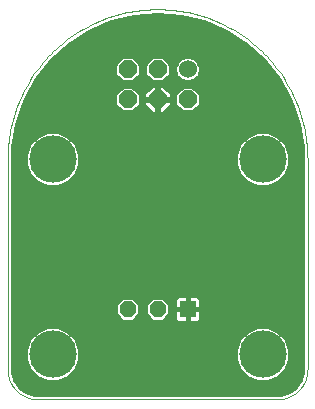
<source format=gtl>
G75*
%MOIN*%
%OFA0B0*%
%FSLAX25Y25*%
%IPPOS*%
%LPD*%
%AMOC8*
5,1,8,0,0,1.08239X$1,22.5*
%
%ADD10C,0.06000*%
%ADD11OC8,0.06000*%
%ADD12OC8,0.05600*%
%ADD13R,0.05600X0.05600*%
%ADD14C,0.00000*%
%ADD15C,0.15811*%
%ADD16C,0.01600*%
D10*
X0066800Y0134006D03*
D11*
X0066800Y0124006D03*
X0056800Y0124006D03*
X0056800Y0134006D03*
X0046800Y0134006D03*
X0046800Y0124006D03*
D12*
X0046800Y0054006D03*
X0056800Y0054006D03*
D13*
X0066800Y0054006D03*
D14*
X0096800Y0024006D02*
X0016800Y0024006D01*
X0016558Y0024009D01*
X0016317Y0024018D01*
X0016076Y0024032D01*
X0015835Y0024053D01*
X0015595Y0024079D01*
X0015355Y0024111D01*
X0015116Y0024149D01*
X0014879Y0024192D01*
X0014642Y0024242D01*
X0014407Y0024297D01*
X0014173Y0024357D01*
X0013941Y0024424D01*
X0013710Y0024495D01*
X0013481Y0024573D01*
X0013254Y0024656D01*
X0013029Y0024744D01*
X0012806Y0024838D01*
X0012586Y0024937D01*
X0012368Y0025042D01*
X0012153Y0025151D01*
X0011940Y0025266D01*
X0011730Y0025386D01*
X0011524Y0025511D01*
X0011320Y0025641D01*
X0011119Y0025776D01*
X0010922Y0025916D01*
X0010728Y0026060D01*
X0010538Y0026209D01*
X0010352Y0026363D01*
X0010169Y0026521D01*
X0009990Y0026683D01*
X0009815Y0026850D01*
X0009644Y0027021D01*
X0009477Y0027196D01*
X0009315Y0027375D01*
X0009157Y0027558D01*
X0009003Y0027744D01*
X0008854Y0027934D01*
X0008710Y0028128D01*
X0008570Y0028325D01*
X0008435Y0028526D01*
X0008305Y0028730D01*
X0008180Y0028936D01*
X0008060Y0029146D01*
X0007945Y0029359D01*
X0007836Y0029574D01*
X0007731Y0029792D01*
X0007632Y0030012D01*
X0007538Y0030235D01*
X0007450Y0030460D01*
X0007367Y0030687D01*
X0007289Y0030916D01*
X0007218Y0031147D01*
X0007151Y0031379D01*
X0007091Y0031613D01*
X0007036Y0031848D01*
X0006986Y0032085D01*
X0006943Y0032322D01*
X0006905Y0032561D01*
X0006873Y0032801D01*
X0006847Y0033041D01*
X0006826Y0033282D01*
X0006812Y0033523D01*
X0006803Y0033764D01*
X0006800Y0034006D01*
X0006800Y0104006D01*
X0006815Y0105224D01*
X0006859Y0106440D01*
X0006933Y0107656D01*
X0007037Y0108869D01*
X0007170Y0110079D01*
X0007333Y0111286D01*
X0007525Y0112488D01*
X0007746Y0113686D01*
X0007996Y0114878D01*
X0008275Y0116063D01*
X0008583Y0117241D01*
X0008920Y0118411D01*
X0009285Y0119573D01*
X0009678Y0120725D01*
X0010099Y0121868D01*
X0010548Y0122999D01*
X0011024Y0124120D01*
X0011528Y0125229D01*
X0012058Y0126325D01*
X0012615Y0127408D01*
X0013198Y0128477D01*
X0013806Y0129531D01*
X0014441Y0130571D01*
X0015100Y0131594D01*
X0015784Y0132602D01*
X0016493Y0133592D01*
X0017225Y0134565D01*
X0017981Y0135519D01*
X0018760Y0136455D01*
X0019561Y0137372D01*
X0020385Y0138269D01*
X0021230Y0139145D01*
X0022096Y0140001D01*
X0022983Y0140836D01*
X0023890Y0141648D01*
X0024816Y0142438D01*
X0025762Y0143206D01*
X0026725Y0143950D01*
X0027707Y0144670D01*
X0028706Y0145367D01*
X0029721Y0146039D01*
X0030753Y0146686D01*
X0031800Y0147307D01*
X0032862Y0147903D01*
X0033938Y0148473D01*
X0035027Y0149017D01*
X0036130Y0149533D01*
X0037245Y0150023D01*
X0038371Y0150486D01*
X0039508Y0150921D01*
X0040656Y0151328D01*
X0041813Y0151707D01*
X0042979Y0152058D01*
X0044153Y0152380D01*
X0045335Y0152674D01*
X0046524Y0152939D01*
X0047718Y0153174D01*
X0048918Y0153381D01*
X0050123Y0153558D01*
X0051331Y0153706D01*
X0052543Y0153824D01*
X0053758Y0153913D01*
X0054974Y0153973D01*
X0056191Y0154002D01*
X0057409Y0154002D01*
X0058626Y0153973D01*
X0059842Y0153913D01*
X0061057Y0153824D01*
X0062269Y0153706D01*
X0063477Y0153558D01*
X0064682Y0153381D01*
X0065882Y0153174D01*
X0067076Y0152939D01*
X0068265Y0152674D01*
X0069447Y0152380D01*
X0070621Y0152058D01*
X0071787Y0151707D01*
X0072944Y0151328D01*
X0074092Y0150921D01*
X0075229Y0150486D01*
X0076355Y0150023D01*
X0077470Y0149533D01*
X0078573Y0149017D01*
X0079662Y0148473D01*
X0080738Y0147903D01*
X0081800Y0147307D01*
X0082847Y0146686D01*
X0083879Y0146039D01*
X0084894Y0145367D01*
X0085893Y0144670D01*
X0086875Y0143950D01*
X0087838Y0143206D01*
X0088784Y0142438D01*
X0089710Y0141648D01*
X0090617Y0140836D01*
X0091504Y0140001D01*
X0092370Y0139145D01*
X0093215Y0138269D01*
X0094039Y0137372D01*
X0094840Y0136455D01*
X0095619Y0135519D01*
X0096375Y0134565D01*
X0097107Y0133592D01*
X0097816Y0132602D01*
X0098500Y0131594D01*
X0099159Y0130571D01*
X0099794Y0129531D01*
X0100402Y0128477D01*
X0100985Y0127408D01*
X0101542Y0126325D01*
X0102072Y0125229D01*
X0102576Y0124120D01*
X0103052Y0122999D01*
X0103501Y0121868D01*
X0103922Y0120725D01*
X0104315Y0119573D01*
X0104680Y0118411D01*
X0105017Y0117241D01*
X0105325Y0116063D01*
X0105604Y0114878D01*
X0105854Y0113686D01*
X0106075Y0112488D01*
X0106267Y0111286D01*
X0106430Y0110079D01*
X0106563Y0108869D01*
X0106667Y0107656D01*
X0106741Y0106440D01*
X0106785Y0105224D01*
X0106800Y0104006D01*
X0106800Y0034006D01*
X0106797Y0033764D01*
X0106788Y0033523D01*
X0106774Y0033282D01*
X0106753Y0033041D01*
X0106727Y0032801D01*
X0106695Y0032561D01*
X0106657Y0032322D01*
X0106614Y0032085D01*
X0106564Y0031848D01*
X0106509Y0031613D01*
X0106449Y0031379D01*
X0106382Y0031147D01*
X0106311Y0030916D01*
X0106233Y0030687D01*
X0106150Y0030460D01*
X0106062Y0030235D01*
X0105968Y0030012D01*
X0105869Y0029792D01*
X0105764Y0029574D01*
X0105655Y0029359D01*
X0105540Y0029146D01*
X0105420Y0028936D01*
X0105295Y0028730D01*
X0105165Y0028526D01*
X0105030Y0028325D01*
X0104890Y0028128D01*
X0104746Y0027934D01*
X0104597Y0027744D01*
X0104443Y0027558D01*
X0104285Y0027375D01*
X0104123Y0027196D01*
X0103956Y0027021D01*
X0103785Y0026850D01*
X0103610Y0026683D01*
X0103431Y0026521D01*
X0103248Y0026363D01*
X0103062Y0026209D01*
X0102872Y0026060D01*
X0102678Y0025916D01*
X0102481Y0025776D01*
X0102280Y0025641D01*
X0102076Y0025511D01*
X0101870Y0025386D01*
X0101660Y0025266D01*
X0101447Y0025151D01*
X0101232Y0025042D01*
X0101014Y0024937D01*
X0100794Y0024838D01*
X0100571Y0024744D01*
X0100346Y0024656D01*
X0100119Y0024573D01*
X0099890Y0024495D01*
X0099659Y0024424D01*
X0099427Y0024357D01*
X0099193Y0024297D01*
X0098958Y0024242D01*
X0098721Y0024192D01*
X0098484Y0024149D01*
X0098245Y0024111D01*
X0098005Y0024079D01*
X0097765Y0024053D01*
X0097524Y0024032D01*
X0097283Y0024018D01*
X0097042Y0024009D01*
X0096800Y0024006D01*
D15*
X0091800Y0039006D03*
X0091800Y0104006D03*
X0021800Y0104006D03*
X0021800Y0039006D03*
D16*
X0027953Y0031998D02*
X0085647Y0031998D01*
X0086529Y0031117D02*
X0089949Y0029700D01*
X0093651Y0029700D01*
X0097071Y0031117D01*
X0099689Y0033735D01*
X0101105Y0037155D01*
X0101105Y0040857D01*
X0099689Y0044277D01*
X0097071Y0046895D01*
X0093651Y0048311D01*
X0089949Y0048311D01*
X0086529Y0046895D01*
X0083911Y0044277D01*
X0082494Y0040857D01*
X0082494Y0037155D01*
X0083911Y0033735D01*
X0086529Y0031117D01*
X0088260Y0030400D02*
X0025340Y0030400D01*
X0023651Y0029700D02*
X0027071Y0031117D01*
X0029689Y0033735D01*
X0031105Y0037155D01*
X0031105Y0040857D01*
X0029689Y0044277D01*
X0027071Y0046895D01*
X0023651Y0048311D01*
X0019949Y0048311D01*
X0016529Y0046895D01*
X0013911Y0044277D01*
X0012494Y0040857D01*
X0012494Y0037155D01*
X0013911Y0033735D01*
X0016529Y0031117D01*
X0019949Y0029700D01*
X0023651Y0029700D01*
X0018260Y0030400D02*
X0009456Y0030400D01*
X0009494Y0030283D02*
X0008701Y0032723D01*
X0008600Y0034006D01*
X0008600Y0104006D01*
X0008765Y0107986D01*
X0010075Y0115838D01*
X0012660Y0123368D01*
X0016449Y0130369D01*
X0021338Y0136651D01*
X0027195Y0142042D01*
X0033859Y0146397D01*
X0041149Y0149594D01*
X0048867Y0151549D01*
X0056800Y0152206D01*
X0064733Y0151549D01*
X0072451Y0149594D01*
X0079741Y0146397D01*
X0086405Y0142042D01*
X0092262Y0136651D01*
X0097151Y0130369D01*
X0100940Y0123368D01*
X0103525Y0115838D01*
X0104835Y0107986D01*
X0105000Y0104006D01*
X0105000Y0034006D01*
X0104899Y0032723D01*
X0104106Y0030283D01*
X0102598Y0028208D01*
X0100523Y0026700D01*
X0098083Y0025907D01*
X0096800Y0025806D01*
X0016800Y0025806D01*
X0015517Y0025907D01*
X0013077Y0026700D01*
X0011002Y0028208D01*
X0009494Y0030283D01*
X0008936Y0031998D02*
X0015647Y0031998D01*
X0014049Y0033597D02*
X0008632Y0033597D01*
X0008600Y0035195D02*
X0013306Y0035195D01*
X0012644Y0036794D02*
X0008600Y0036794D01*
X0008600Y0038393D02*
X0012494Y0038393D01*
X0012494Y0039991D02*
X0008600Y0039991D01*
X0008600Y0041590D02*
X0012798Y0041590D01*
X0013460Y0043188D02*
X0008600Y0043188D01*
X0008600Y0044787D02*
X0014421Y0044787D01*
X0016019Y0046385D02*
X0008600Y0046385D01*
X0008600Y0047984D02*
X0019158Y0047984D01*
X0024442Y0047984D02*
X0089158Y0047984D01*
X0086019Y0046385D02*
X0027581Y0046385D01*
X0029179Y0044787D02*
X0084421Y0044787D01*
X0083460Y0043188D02*
X0030140Y0043188D01*
X0030802Y0041590D02*
X0082798Y0041590D01*
X0082494Y0039991D02*
X0031105Y0039991D01*
X0031105Y0038393D02*
X0082494Y0038393D01*
X0082644Y0036794D02*
X0030956Y0036794D01*
X0030294Y0035195D02*
X0083306Y0035195D01*
X0084049Y0033597D02*
X0029551Y0033597D01*
X0045060Y0049806D02*
X0042600Y0052266D01*
X0042600Y0055746D01*
X0045060Y0058206D01*
X0048540Y0058206D01*
X0051000Y0055746D01*
X0051000Y0052266D01*
X0048540Y0049806D01*
X0045060Y0049806D01*
X0043686Y0051181D02*
X0008600Y0051181D01*
X0008600Y0052779D02*
X0042600Y0052779D01*
X0042600Y0054378D02*
X0008600Y0054378D01*
X0008600Y0055976D02*
X0042831Y0055976D01*
X0044429Y0057575D02*
X0008600Y0057575D01*
X0008600Y0059173D02*
X0105000Y0059173D01*
X0105000Y0057575D02*
X0071235Y0057575D01*
X0071277Y0057501D02*
X0071040Y0057911D01*
X0070705Y0058246D01*
X0070295Y0058483D01*
X0069837Y0058606D01*
X0066800Y0058606D01*
X0066800Y0054006D01*
X0066800Y0054006D01*
X0066800Y0058606D01*
X0063763Y0058606D01*
X0063305Y0058483D01*
X0062895Y0058246D01*
X0062560Y0057911D01*
X0062323Y0057501D01*
X0062200Y0057043D01*
X0062200Y0054006D01*
X0066800Y0054006D01*
X0071400Y0054006D01*
X0071400Y0057043D01*
X0071277Y0057501D01*
X0071400Y0055976D02*
X0105000Y0055976D01*
X0105000Y0054378D02*
X0071400Y0054378D01*
X0071400Y0054006D02*
X0066800Y0054006D01*
X0066800Y0054006D01*
X0066800Y0054006D01*
X0062200Y0054006D01*
X0062200Y0050969D01*
X0062323Y0050511D01*
X0062560Y0050101D01*
X0062895Y0049766D01*
X0063305Y0049529D01*
X0063763Y0049406D01*
X0066800Y0049406D01*
X0069837Y0049406D01*
X0070295Y0049529D01*
X0070705Y0049766D01*
X0071040Y0050101D01*
X0071277Y0050511D01*
X0071400Y0050969D01*
X0071400Y0054006D01*
X0071400Y0052779D02*
X0105000Y0052779D01*
X0105000Y0051181D02*
X0071400Y0051181D01*
X0070387Y0049582D02*
X0105000Y0049582D01*
X0105000Y0047984D02*
X0094442Y0047984D01*
X0097581Y0046385D02*
X0105000Y0046385D01*
X0105000Y0044787D02*
X0099179Y0044787D01*
X0100140Y0043188D02*
X0105000Y0043188D01*
X0105000Y0041590D02*
X0100802Y0041590D01*
X0101105Y0039991D02*
X0105000Y0039991D01*
X0105000Y0038393D02*
X0101105Y0038393D01*
X0100956Y0036794D02*
X0105000Y0036794D01*
X0105000Y0035195D02*
X0100294Y0035195D01*
X0099551Y0033597D02*
X0104968Y0033597D01*
X0104664Y0031998D02*
X0097953Y0031998D01*
X0095340Y0030400D02*
X0104144Y0030400D01*
X0103030Y0028801D02*
X0010570Y0028801D01*
X0012385Y0027203D02*
X0101215Y0027203D01*
X0105000Y0060772D02*
X0008600Y0060772D01*
X0008600Y0062370D02*
X0105000Y0062370D01*
X0105000Y0063969D02*
X0008600Y0063969D01*
X0008600Y0065567D02*
X0105000Y0065567D01*
X0105000Y0067166D02*
X0008600Y0067166D01*
X0008600Y0068764D02*
X0105000Y0068764D01*
X0105000Y0070363D02*
X0008600Y0070363D01*
X0008600Y0071961D02*
X0105000Y0071961D01*
X0105000Y0073560D02*
X0008600Y0073560D01*
X0008600Y0075158D02*
X0105000Y0075158D01*
X0105000Y0076757D02*
X0008600Y0076757D01*
X0008600Y0078355D02*
X0105000Y0078355D01*
X0105000Y0079954D02*
X0008600Y0079954D01*
X0008600Y0081552D02*
X0105000Y0081552D01*
X0105000Y0083151D02*
X0008600Y0083151D01*
X0008600Y0084749D02*
X0105000Y0084749D01*
X0105000Y0086348D02*
X0008600Y0086348D01*
X0008600Y0087946D02*
X0105000Y0087946D01*
X0105000Y0089545D02*
X0008600Y0089545D01*
X0008600Y0091143D02*
X0105000Y0091143D01*
X0105000Y0092742D02*
X0008600Y0092742D01*
X0008600Y0094340D02*
X0105000Y0094340D01*
X0105000Y0095939D02*
X0096641Y0095939D01*
X0097071Y0096117D02*
X0099689Y0098735D01*
X0101105Y0102155D01*
X0101105Y0105857D01*
X0099689Y0109277D01*
X0097071Y0111895D01*
X0093651Y0113311D01*
X0089949Y0113311D01*
X0086529Y0111895D01*
X0083911Y0109277D01*
X0082494Y0105857D01*
X0082494Y0102155D01*
X0083911Y0098735D01*
X0086529Y0096117D01*
X0089949Y0094700D01*
X0093651Y0094700D01*
X0097071Y0096117D01*
X0098491Y0097537D02*
X0105000Y0097537D01*
X0105000Y0099136D02*
X0099855Y0099136D01*
X0100517Y0100734D02*
X0105000Y0100734D01*
X0105000Y0102333D02*
X0101105Y0102333D01*
X0101105Y0103931D02*
X0105000Y0103931D01*
X0104937Y0105530D02*
X0101105Y0105530D01*
X0100579Y0107128D02*
X0104871Y0107128D01*
X0104712Y0108727D02*
X0099917Y0108727D01*
X0098640Y0110326D02*
X0104445Y0110326D01*
X0104178Y0111924D02*
X0097000Y0111924D01*
X0103223Y0116720D02*
X0010377Y0116720D01*
X0009955Y0115121D02*
X0103645Y0115121D01*
X0103912Y0113523D02*
X0009688Y0113523D01*
X0009422Y0111924D02*
X0016600Y0111924D01*
X0016529Y0111895D02*
X0013911Y0109277D01*
X0012494Y0105857D01*
X0012494Y0102155D01*
X0013911Y0098735D01*
X0016529Y0096117D01*
X0019949Y0094700D01*
X0023651Y0094700D01*
X0027071Y0096117D01*
X0029689Y0098735D01*
X0031105Y0102155D01*
X0031105Y0105857D01*
X0029689Y0109277D01*
X0027071Y0111895D01*
X0023651Y0113311D01*
X0019949Y0113311D01*
X0016529Y0111895D01*
X0014960Y0110326D02*
X0009155Y0110326D01*
X0008888Y0108727D02*
X0013683Y0108727D01*
X0013021Y0107128D02*
X0008729Y0107128D01*
X0008663Y0105530D02*
X0012494Y0105530D01*
X0012494Y0103931D02*
X0008600Y0103931D01*
X0008600Y0102333D02*
X0012494Y0102333D01*
X0013083Y0100734D02*
X0008600Y0100734D01*
X0008600Y0099136D02*
X0013745Y0099136D01*
X0015109Y0097537D02*
X0008600Y0097537D01*
X0008600Y0095939D02*
X0016959Y0095939D01*
X0026641Y0095939D02*
X0086959Y0095939D01*
X0085109Y0097537D02*
X0028491Y0097537D01*
X0029855Y0099136D02*
X0083745Y0099136D01*
X0083083Y0100734D02*
X0030517Y0100734D01*
X0031105Y0102333D02*
X0082494Y0102333D01*
X0082494Y0103931D02*
X0031105Y0103931D01*
X0031105Y0105530D02*
X0082494Y0105530D01*
X0083021Y0107128D02*
X0030579Y0107128D01*
X0029917Y0108727D02*
X0083683Y0108727D01*
X0084960Y0110326D02*
X0028640Y0110326D01*
X0027000Y0111924D02*
X0086600Y0111924D01*
X0098483Y0127909D02*
X0069119Y0127909D01*
X0068623Y0128406D02*
X0064977Y0128406D01*
X0062400Y0125828D01*
X0062400Y0122183D01*
X0064977Y0119606D01*
X0068623Y0119606D01*
X0071200Y0122183D01*
X0071200Y0125828D01*
X0068623Y0128406D01*
X0067675Y0129606D02*
X0069292Y0130276D01*
X0070530Y0131513D01*
X0071200Y0133131D01*
X0071200Y0134881D01*
X0070530Y0136498D01*
X0069292Y0137736D01*
X0067675Y0138406D01*
X0065925Y0138406D01*
X0064308Y0137736D01*
X0063070Y0136498D01*
X0062400Y0134881D01*
X0062400Y0133131D01*
X0063070Y0131513D01*
X0064308Y0130276D01*
X0065925Y0129606D01*
X0067675Y0129606D01*
X0070123Y0131106D02*
X0096578Y0131106D01*
X0097617Y0129508D02*
X0015983Y0129508D01*
X0015117Y0127909D02*
X0044481Y0127909D01*
X0044977Y0128406D02*
X0042400Y0125828D01*
X0042400Y0122183D01*
X0044977Y0119606D01*
X0048623Y0119606D01*
X0051200Y0122183D01*
X0051200Y0125828D01*
X0048623Y0128406D01*
X0044977Y0128406D01*
X0044977Y0129606D02*
X0048623Y0129606D01*
X0051200Y0132183D01*
X0051200Y0135828D01*
X0048623Y0138406D01*
X0044977Y0138406D01*
X0042400Y0135828D01*
X0042400Y0132183D01*
X0044977Y0129606D01*
X0043477Y0131106D02*
X0017022Y0131106D01*
X0018267Y0132705D02*
X0042400Y0132705D01*
X0042400Y0134303D02*
X0019511Y0134303D01*
X0020755Y0135902D02*
X0042473Y0135902D01*
X0044072Y0137500D02*
X0022261Y0137500D01*
X0023997Y0139099D02*
X0089603Y0139099D01*
X0087866Y0140697D02*
X0025734Y0140697D01*
X0027583Y0142296D02*
X0086017Y0142296D01*
X0083571Y0143894D02*
X0030029Y0143894D01*
X0032476Y0145493D02*
X0081124Y0145493D01*
X0078157Y0147091D02*
X0035443Y0147091D01*
X0039087Y0148690D02*
X0074513Y0148690D01*
X0069710Y0150288D02*
X0043890Y0150288D01*
X0052949Y0151887D02*
X0060651Y0151887D01*
X0058623Y0138406D02*
X0054977Y0138406D01*
X0052400Y0135828D01*
X0052400Y0132183D01*
X0054977Y0129606D01*
X0058623Y0129606D01*
X0061200Y0132183D01*
X0061200Y0135828D01*
X0058623Y0138406D01*
X0059528Y0137500D02*
X0064072Y0137500D01*
X0062823Y0135902D02*
X0061127Y0135902D01*
X0061200Y0134303D02*
X0062400Y0134303D01*
X0062576Y0132705D02*
X0061200Y0132705D01*
X0060123Y0131106D02*
X0063477Y0131106D01*
X0064481Y0127909D02*
X0059685Y0127909D01*
X0058788Y0128806D02*
X0057000Y0128806D01*
X0057000Y0124206D01*
X0056600Y0124206D01*
X0056600Y0128806D01*
X0054812Y0128806D01*
X0052000Y0125994D01*
X0052000Y0124206D01*
X0056600Y0124206D01*
X0056600Y0123806D01*
X0052000Y0123806D01*
X0052000Y0122018D01*
X0054812Y0119206D01*
X0056600Y0119206D01*
X0056600Y0123806D01*
X0057000Y0123806D01*
X0057000Y0124206D01*
X0061600Y0124206D01*
X0061600Y0125994D01*
X0058788Y0128806D01*
X0057000Y0127909D02*
X0056600Y0127909D01*
X0056600Y0126311D02*
X0057000Y0126311D01*
X0057000Y0124712D02*
X0056600Y0124712D01*
X0057000Y0123806D02*
X0061600Y0123806D01*
X0061600Y0122018D01*
X0058788Y0119206D01*
X0057000Y0119206D01*
X0057000Y0123806D01*
X0057000Y0123114D02*
X0056600Y0123114D01*
X0056600Y0121515D02*
X0057000Y0121515D01*
X0057000Y0119917D02*
X0056600Y0119917D01*
X0054101Y0119917D02*
X0048933Y0119917D01*
X0050532Y0121515D02*
X0052503Y0121515D01*
X0052000Y0123114D02*
X0051200Y0123114D01*
X0051200Y0124712D02*
X0052000Y0124712D01*
X0052317Y0126311D02*
X0050718Y0126311D01*
X0049119Y0127909D02*
X0053915Y0127909D01*
X0053477Y0131106D02*
X0050123Y0131106D01*
X0051200Y0132705D02*
X0052400Y0132705D01*
X0052400Y0134303D02*
X0051200Y0134303D01*
X0051127Y0135902D02*
X0052473Y0135902D01*
X0054072Y0137500D02*
X0049528Y0137500D01*
X0042882Y0126311D02*
X0014252Y0126311D01*
X0013387Y0124712D02*
X0042400Y0124712D01*
X0042400Y0123114D02*
X0012573Y0123114D01*
X0012024Y0121515D02*
X0043068Y0121515D01*
X0044667Y0119917D02*
X0011475Y0119917D01*
X0010926Y0118318D02*
X0102674Y0118318D01*
X0102125Y0119917D02*
X0068933Y0119917D01*
X0070532Y0121515D02*
X0101576Y0121515D01*
X0101027Y0123114D02*
X0071200Y0123114D01*
X0071200Y0124712D02*
X0100213Y0124712D01*
X0099348Y0126311D02*
X0070718Y0126311D01*
X0071024Y0132705D02*
X0095333Y0132705D01*
X0094089Y0134303D02*
X0071200Y0134303D01*
X0070777Y0135902D02*
X0092845Y0135902D01*
X0091339Y0137500D02*
X0069528Y0137500D01*
X0062882Y0126311D02*
X0061283Y0126311D01*
X0061600Y0124712D02*
X0062400Y0124712D01*
X0062400Y0123114D02*
X0061600Y0123114D01*
X0061097Y0121515D02*
X0063068Y0121515D01*
X0064667Y0119917D02*
X0059499Y0119917D01*
X0058540Y0058206D02*
X0055060Y0058206D01*
X0052600Y0055746D01*
X0052600Y0052266D01*
X0055060Y0049806D01*
X0058540Y0049806D01*
X0061000Y0052266D01*
X0061000Y0055746D01*
X0058540Y0058206D01*
X0059171Y0057575D02*
X0062365Y0057575D01*
X0062200Y0055976D02*
X0060769Y0055976D01*
X0061000Y0054378D02*
X0062200Y0054378D01*
X0062200Y0052779D02*
X0061000Y0052779D01*
X0059914Y0051181D02*
X0062200Y0051181D01*
X0063213Y0049582D02*
X0008600Y0049582D01*
X0049914Y0051181D02*
X0053686Y0051181D01*
X0052600Y0052779D02*
X0051000Y0052779D01*
X0051000Y0054378D02*
X0052600Y0054378D01*
X0052831Y0055976D02*
X0050769Y0055976D01*
X0049171Y0057575D02*
X0054429Y0057575D01*
X0066800Y0057575D02*
X0066800Y0057575D01*
X0066800Y0055976D02*
X0066800Y0055976D01*
X0066800Y0054378D02*
X0066800Y0054378D01*
X0066800Y0054006D02*
X0066800Y0049406D01*
X0066800Y0054006D01*
X0066800Y0054006D01*
X0066800Y0052779D02*
X0066800Y0052779D01*
X0066800Y0051181D02*
X0066800Y0051181D01*
X0066800Y0049582D02*
X0066800Y0049582D01*
M02*

</source>
